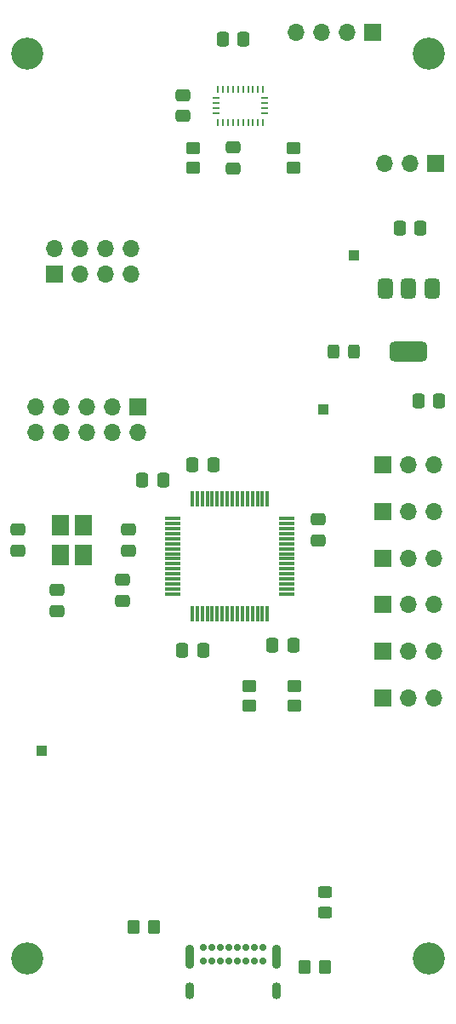
<source format=gts>
%TF.GenerationSoftware,KiCad,Pcbnew,8.0.8-2.fc41*%
%TF.CreationDate,2025-02-22T17:19:49+01:00*%
%TF.ProjectId,Computy,436f6d70-7574-4792-9e6b-696361645f70,rev?*%
%TF.SameCoordinates,Original*%
%TF.FileFunction,Soldermask,Top*%
%TF.FilePolarity,Negative*%
%FSLAX46Y46*%
G04 Gerber Fmt 4.6, Leading zero omitted, Abs format (unit mm)*
G04 Created by KiCad (PCBNEW 8.0.8-2.fc41) date 2025-02-22 17:19:49*
%MOMM*%
%LPD*%
G01*
G04 APERTURE LIST*
G04 Aperture macros list*
%AMRoundRect*
0 Rectangle with rounded corners*
0 $1 Rounding radius*
0 $2 $3 $4 $5 $6 $7 $8 $9 X,Y pos of 4 corners*
0 Add a 4 corners polygon primitive as box body*
4,1,4,$2,$3,$4,$5,$6,$7,$8,$9,$2,$3,0*
0 Add four circle primitives for the rounded corners*
1,1,$1+$1,$2,$3*
1,1,$1+$1,$4,$5*
1,1,$1+$1,$6,$7*
1,1,$1+$1,$8,$9*
0 Add four rect primitives between the rounded corners*
20,1,$1+$1,$2,$3,$4,$5,0*
20,1,$1+$1,$4,$5,$6,$7,0*
20,1,$1+$1,$6,$7,$8,$9,0*
20,1,$1+$1,$8,$9,$2,$3,0*%
G04 Aperture macros list end*
%ADD10C,0.700000*%
%ADD11O,0.900000X2.400000*%
%ADD12O,0.900000X1.700000*%
%ADD13RoundRect,0.250000X-0.475000X0.337500X-0.475000X-0.337500X0.475000X-0.337500X0.475000X0.337500X0*%
%ADD14RoundRect,0.250000X-0.337500X-0.475000X0.337500X-0.475000X0.337500X0.475000X-0.337500X0.475000X0*%
%ADD15RoundRect,0.250000X0.475000X-0.337500X0.475000X0.337500X-0.475000X0.337500X-0.475000X-0.337500X0*%
%ADD16RoundRect,0.250000X0.337500X0.475000X-0.337500X0.475000X-0.337500X-0.475000X0.337500X-0.475000X0*%
%ADD17RoundRect,0.250000X0.450000X-0.350000X0.450000X0.350000X-0.450000X0.350000X-0.450000X-0.350000X0*%
%ADD18RoundRect,0.250000X0.350000X0.450000X-0.350000X0.450000X-0.350000X-0.450000X0.350000X-0.450000X0*%
%ADD19R,1.700000X1.700000*%
%ADD20O,1.700000X1.700000*%
%ADD21R,1.000000X1.000000*%
%ADD22RoundRect,0.250000X-0.450000X0.325000X-0.450000X-0.325000X0.450000X-0.325000X0.450000X0.325000X0*%
%ADD23R,1.800000X2.100000*%
%ADD24C,3.200000*%
%ADD25RoundRect,0.250000X0.325000X0.450000X-0.325000X0.450000X-0.325000X-0.450000X0.325000X-0.450000X0*%
%ADD26RoundRect,0.075000X-0.700000X-0.075000X0.700000X-0.075000X0.700000X0.075000X-0.700000X0.075000X0*%
%ADD27RoundRect,0.075000X-0.075000X-0.700000X0.075000X-0.700000X0.075000X0.700000X-0.075000X0.700000X0*%
%ADD28RoundRect,0.375000X-0.375000X0.625000X-0.375000X-0.625000X0.375000X-0.625000X0.375000X0.625000X0*%
%ADD29RoundRect,0.500000X-1.400000X0.500000X-1.400000X-0.500000X1.400000X-0.500000X1.400000X0.500000X0*%
%ADD30R,0.254000X0.675000*%
%ADD31R,0.675000X0.254000*%
%ADD32RoundRect,0.250000X-0.350000X-0.450000X0.350000X-0.450000X0.350000X0.450000X-0.350000X0.450000X0*%
G04 APERTURE END LIST*
D10*
%TO.C,J1*%
X107537500Y-134000000D03*
X108387500Y-134000000D03*
X109237500Y-134000000D03*
X110087500Y-134000000D03*
X110937500Y-134000000D03*
X111787500Y-134000000D03*
X112637500Y-134000000D03*
X113487500Y-134000000D03*
X113487500Y-135350000D03*
X112637500Y-135350000D03*
X111787500Y-135350000D03*
X110937500Y-135350000D03*
X110087500Y-135350000D03*
X109237500Y-135350000D03*
X108387500Y-135350000D03*
X107537500Y-135350000D03*
D11*
X106187500Y-134980000D03*
D12*
X106187500Y-138360000D03*
D11*
X114837500Y-134980000D03*
D12*
X114837500Y-138360000D03*
%TD*%
D13*
%TO.C,C14*%
X110500000Y-54462500D03*
X110500000Y-56537500D03*
%TD*%
%TO.C,C13*%
X93000000Y-98462500D03*
X93000000Y-100537500D03*
%TD*%
D14*
%TO.C,C12*%
X106462500Y-86000000D03*
X108537500Y-86000000D03*
%TD*%
D15*
%TO.C,C11*%
X99500000Y-99537500D03*
X99500000Y-97462500D03*
%TD*%
D13*
%TO.C,C4*%
X119000000Y-91462500D03*
X119000000Y-93537500D03*
%TD*%
D16*
%TO.C,C3*%
X107537500Y-104500000D03*
X105462500Y-104500000D03*
%TD*%
D14*
%TO.C,C2*%
X114425000Y-104000000D03*
X116500000Y-104000000D03*
%TD*%
%TO.C,C1*%
X101462500Y-87500000D03*
X103537500Y-87500000D03*
%TD*%
D17*
%TO.C,R5*%
X116500000Y-56500000D03*
X116500000Y-54500000D03*
%TD*%
D18*
%TO.C,R2*%
X119637500Y-136000000D03*
X117637500Y-136000000D03*
%TD*%
D19*
%TO.C,M4*%
X125420000Y-95287500D03*
D20*
X127960000Y-95287500D03*
X130500000Y-95287500D03*
%TD*%
D21*
%TO.C,TP3*%
X91500000Y-114500000D03*
%TD*%
D22*
%TO.C,D2*%
X119637500Y-128475000D03*
X119637500Y-130525000D03*
%TD*%
D21*
%TO.C,TP2*%
X119500000Y-80500000D03*
%TD*%
D14*
%TO.C,C6*%
X128962500Y-79637500D03*
X131037500Y-79637500D03*
%TD*%
D23*
%TO.C,Y1*%
X93337500Y-92050000D03*
X93337500Y-94950000D03*
X95637500Y-94950000D03*
X95637500Y-92050000D03*
%TD*%
D24*
%TO.C,H2*%
X130000000Y-135137500D03*
%TD*%
D17*
%TO.C,R6*%
X106500000Y-56500000D03*
X106500000Y-54500000D03*
%TD*%
D25*
%TO.C,D1*%
X122525000Y-74730000D03*
X120475000Y-74730000D03*
%TD*%
D26*
%TO.C,U1*%
X104512500Y-91360000D03*
X104512500Y-91860000D03*
X104512500Y-92360000D03*
X104512500Y-92860000D03*
X104512500Y-93360000D03*
X104512500Y-93860000D03*
X104512500Y-94360000D03*
X104512500Y-94860000D03*
X104512500Y-95360000D03*
X104512500Y-95860000D03*
X104512500Y-96360000D03*
X104512500Y-96860000D03*
X104512500Y-97360000D03*
X104512500Y-97860000D03*
X104512500Y-98360000D03*
X104512500Y-98860000D03*
D27*
X106437500Y-100785000D03*
X106937500Y-100785000D03*
X107437500Y-100785000D03*
X107937500Y-100785000D03*
X108437500Y-100785000D03*
X108937500Y-100785000D03*
X109437500Y-100785000D03*
X109937500Y-100785000D03*
X110437500Y-100785000D03*
X110937500Y-100785000D03*
X111437500Y-100785000D03*
X111937500Y-100785000D03*
X112437500Y-100785000D03*
X112937500Y-100785000D03*
X113437500Y-100785000D03*
X113937500Y-100785000D03*
D26*
X115862500Y-98860000D03*
X115862500Y-98360000D03*
X115862500Y-97860000D03*
X115862500Y-97360000D03*
X115862500Y-96860000D03*
X115862500Y-96360000D03*
X115862500Y-95860000D03*
X115862500Y-95360000D03*
X115862500Y-94860000D03*
X115862500Y-94360000D03*
X115862500Y-93860000D03*
X115862500Y-93360000D03*
X115862500Y-92860000D03*
X115862500Y-92360000D03*
X115862500Y-91860000D03*
X115862500Y-91360000D03*
D27*
X113937500Y-89435000D03*
X113437500Y-89435000D03*
X112937500Y-89435000D03*
X112437500Y-89435000D03*
X111937500Y-89435000D03*
X111437500Y-89435000D03*
X110937500Y-89435000D03*
X110437500Y-89435000D03*
X109937500Y-89435000D03*
X109437500Y-89435000D03*
X108937500Y-89435000D03*
X108437500Y-89435000D03*
X107937500Y-89435000D03*
X107437500Y-89435000D03*
X106937500Y-89435000D03*
X106437500Y-89435000D03*
%TD*%
D28*
%TO.C,U2*%
X130300000Y-68487500D03*
X128000000Y-68487500D03*
D29*
X128000000Y-74787500D03*
D28*
X125700000Y-68487500D03*
%TD*%
D24*
%TO.C,H3*%
X90000000Y-45137500D03*
%TD*%
D19*
%TO.C,M6*%
X125420000Y-85987500D03*
D20*
X127960000Y-85987500D03*
X130500000Y-85987500D03*
%TD*%
D19*
%TO.C,M1*%
X125420000Y-109237500D03*
D20*
X127960000Y-109237500D03*
X130500000Y-109237500D03*
%TD*%
D17*
%TO.C,R4*%
X116637500Y-110000000D03*
X116637500Y-108000000D03*
%TD*%
D14*
%TO.C,C5*%
X127100000Y-62500000D03*
X129175000Y-62500000D03*
%TD*%
D15*
%TO.C,C8*%
X100137500Y-94537500D03*
X100137500Y-92462500D03*
%TD*%
D16*
%TO.C,C9*%
X111537500Y-43637500D03*
X109462500Y-43637500D03*
%TD*%
D24*
%TO.C,H1*%
X130000000Y-45137500D03*
%TD*%
D30*
%TO.C,U3*%
X109000000Y-48637500D03*
D31*
X108862500Y-49550000D03*
X108862500Y-50050000D03*
X108862500Y-50550000D03*
X108862500Y-51050000D03*
D30*
X109000000Y-51962500D03*
X109500000Y-51962500D03*
X110000000Y-51962500D03*
X110500000Y-51962500D03*
X111000000Y-51962500D03*
X111500000Y-51962500D03*
X112000000Y-51962500D03*
X112500000Y-51962500D03*
X113000000Y-51962500D03*
X113500000Y-51962500D03*
D31*
X113637500Y-51050000D03*
X113637500Y-50550000D03*
X113637500Y-50050000D03*
X113637500Y-49550000D03*
D30*
X113500000Y-48637500D03*
X113000000Y-48637500D03*
X112500000Y-48637500D03*
X112000000Y-48637500D03*
X111500000Y-48637500D03*
X111000000Y-48637500D03*
X110500000Y-48637500D03*
X110000000Y-48637500D03*
X109500000Y-48637500D03*
%TD*%
D19*
%TO.C,M3*%
X125420000Y-99937500D03*
D20*
X127960000Y-99937500D03*
X130500000Y-99937500D03*
%TD*%
D19*
%TO.C,J4*%
X124437500Y-43025000D03*
D20*
X121897500Y-43025000D03*
X119357500Y-43025000D03*
X116817500Y-43025000D03*
%TD*%
D19*
%TO.C,M2*%
X125420000Y-104587500D03*
D20*
X127960000Y-104587500D03*
X130500000Y-104587500D03*
%TD*%
D17*
%TO.C,R3*%
X112137500Y-110000000D03*
X112137500Y-108000000D03*
%TD*%
D21*
%TO.C,TP1*%
X122500000Y-65200000D03*
%TD*%
D19*
%TO.C,J3*%
X130662500Y-56025000D03*
D20*
X128122500Y-56025000D03*
X125582500Y-56025000D03*
%TD*%
D13*
%TO.C,C7*%
X89137500Y-92462500D03*
X89137500Y-94537500D03*
%TD*%
D19*
%TO.C,M5*%
X125420000Y-90637500D03*
D20*
X127960000Y-90637500D03*
X130500000Y-90637500D03*
%TD*%
D32*
%TO.C,R1*%
X100637500Y-132000000D03*
X102637500Y-132000000D03*
%TD*%
D13*
%TO.C,C10*%
X105500000Y-49237500D03*
X105500000Y-51312500D03*
%TD*%
D24*
%TO.C,H4*%
X90000000Y-135137500D03*
%TD*%
D20*
%TO.C,J2*%
X90915000Y-82765000D03*
X90915000Y-80225000D03*
X93455000Y-82765000D03*
X93455000Y-80225000D03*
X95995000Y-82765000D03*
X95995000Y-80225000D03*
X98535000Y-82765000D03*
X98535000Y-80225000D03*
X101075000Y-82765000D03*
D19*
X101075000Y-80225000D03*
%TD*%
%TO.C,J5*%
X92700000Y-67040000D03*
D20*
X92700000Y-64500000D03*
X95240000Y-67040000D03*
X95240000Y-64500000D03*
X97780000Y-67040000D03*
X97780000Y-64500000D03*
X100320000Y-67040000D03*
X100320000Y-64500000D03*
%TD*%
M02*

</source>
